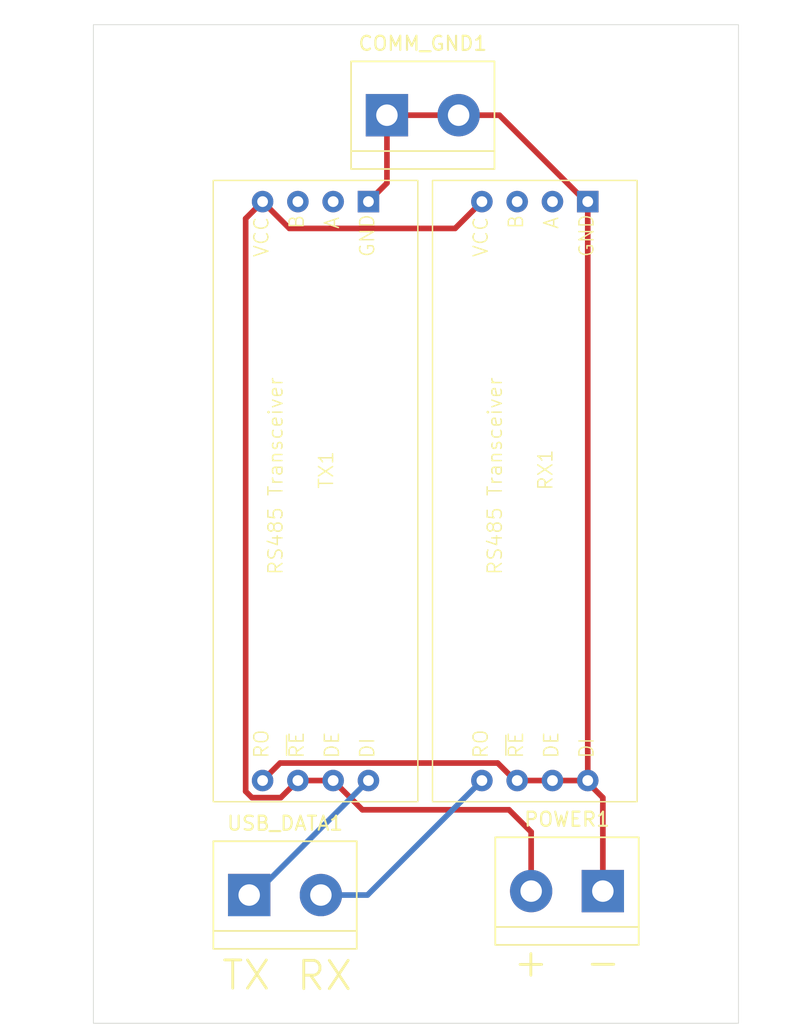
<source format=kicad_pcb>
(kicad_pcb (version 20240108) (generator "pcbnew") (generator_version "8.0")
  (layers (0 "F.Cu" signal) (31 "B.Cu" signal) (34 "B.Paste" user) (35 "F.Paste" user) (36 "B.SilkS" user "B.Silkscreen") (37 "F.SilkS" user "F.Silkscreen") (38 "B.Mask" user) (39 "F.Mask" user) (44 "Edge.Cuts" user))
  (net 0 "")
  (net 1 "Net-(COMM_GND1-Pin_1)")
  (net 2 "Net-(POWER1-Pin_1)")
  (net 3 "Net-(RX1-RO)")
  (net 7 "Net-(TX1-DI)")
  (footprint "MountingHole:MountingHole_2.2mm_M2" (layer "F.Cu") (at 173.26 132.87)
    (property "Reference" "REF**" (hide yes))
    (property "Value" "MountingHole_2.2mm_M2" (hide yes))
    (pad "" np_thru_hole circle (at 0 0) (size 2.2 2.2) (drill 2.2) (layers "*.Cu" "*.Mask"))
  )
  (footprint "Communications:RS485_Transceiver" (layer "F.Cu") (at 163.49 97.09 90)
    (property "Reference" "RX1" (at 0 -0.5 90) (layer "F.SilkS") (effects (font (thickness 0.1))))
    (property "Value" "MAX485E")
    (fp_line (start -20.2 -3.3) (end -18.8 -3.3) (stroke (width 0.1)) (layer "F.SilkS"))
    (fp_rect (start -23.5 -8.5) (end 20.5 6) (stroke (width 0.1)) (fill none) (layer "F.SilkS"))
    (fp_text user "B" (at 17 -2 90) (layer "F.SilkS") (effects (font (thickness 0.1)) (justify left bottom)))
    (fp_text user "RS485 Transceiver" (at -7.5 -3.5 90) (layer "F.SilkS") (effects (font (thickness 0.1)) (justify left bottom)))
    (fp_text user "RO" (at -20.5 -4.5 90) (layer "F.SilkS") (effects (font (thickness 0.1)) (justify left bottom)))
    (fp_text user "VCC" (at 15 -4.5 90) (layer "F.SilkS") (effects (font (thickness 0.1)) (justify left bottom)))
    (fp_text user "DE" (at -20.5 0.5 90) (layer "F.SilkS") (effects (font (thickness 0.1)) (justify left bottom)))
    (fp_text user "DI" (at -20.5 3 90) (layer "F.SilkS") (effects (font (thickness 0.1)) (justify left bottom)))
    (fp_text user "RE" (at -20.5 -2 90) (layer "F.SilkS") (effects (font (thickness 0.1)) (justify left bottom)))
    (fp_text user "A" (at 17 0.5 90) (layer "F.SilkS") (effects (font (thickness 0.1)) (justify left bottom)))
    (fp_text user "GND" (at 15 3 90) (layer "F.SilkS") (effects (font (thickness 0.1)) (justify left bottom)))
    (pad "1" thru_hole circle (at -22 -5 90) (size 1.524 1.524) (drill 0.762) (layers "*.Cu" "*.Mask") (net 3 "Net-(RX1-RO)"))
    (pad "2" thru_hole circle (at -22 -2.5 90) (size 1.524 1.524) (drill 0.762) (layers "*.Cu" "*.Mask") (net 1 "Net-(COMM_GND1-Pin_1)"))
    (pad "3" thru_hole circle (at -22 0 90) (size 1.524 1.524) (drill 0.762) (layers "*.Cu" "*.Mask") (net 1 "Net-(COMM_GND1-Pin_1)"))
    (pad "4" thru_hole circle (at -22 2.5 90) (size 1.524 1.524) (drill 0.762) (layers "*.Cu" "*.Mask") (net 1 "Net-(COMM_GND1-Pin_1)"))
    (pad "5" thru_hole rect (at 19 2.5 90) (size 1.524 1.524) (drill 0.762) (layers "*.Cu" "*.Mask") (net 1 "Net-(COMM_GND1-Pin_1)"))
    (pad "6" thru_hole circle (at 19 0 90) (size 1.524 1.524) (drill 0.762) (layers "*.Cu" "*.Mask"))
    (pad "7" thru_hole circle (at 19 -2.5 90) (size 1.524 1.524) (drill 0.762) (layers "*.Cu" "*.Mask"))
    (pad "8" thru_hole circle (at 19 -5 90) (size 1.524 1.524) (drill 0.762) (layers "*.Cu" "*.Mask") (net 2 "Net-(POWER1-Pin_1)"))
  )
  (footprint "MountingHole:MountingHole_2.2mm_M2" (layer "F.Cu") (at 134.35 68.98)
    (property "Reference" "REF**" (hide yes))
    (property "Value" "MountingHole_2.2mm_M2" (hide yes))
    (pad "" np_thru_hole circle (at 0 0) (size 2.2 2.2) (drill 2.2) (layers "*.Cu" "*.Mask"))
  )
  (footprint "MountingHole:MountingHole_2.2mm_M2" (layer "F.Cu") (at 173.26 68.97)
    (property "Reference" "REF**" (hide yes))
    (property "Value" "MountingHole_2.2mm_M2" (hide yes))
    (pad "" np_thru_hole circle (at 0 0) (size 2.2 2.2) (drill 2.2) (layers "*.Cu" "*.Mask"))
  )
  (footprint "MountingHole:MountingHole_2.2mm_M2" (layer "F.Cu") (at 134.36 132.88)
    (property "Reference" "REF**" (hide yes))
    (property "Value" "MountingHole_2.2mm_M2" (hide yes))
    (pad "" np_thru_hole circle (at 0 0) (size 2.2 2.2) (drill 2.2) (layers "*.Cu" "*.Mask"))
  )
  (footprint "TerminalBlock:TerminalBlock_bornier-2_P5.08mm" (layer "F.Cu") (at 151.76 71.97)
    (property "Reference" "COMM_GND1" (at 2.54 -5.08 0) (layer "F.SilkS"))
    (property "Value" "Screw_Terminal_01x02")
    (fp_line (start -2.54 -3.81) (end -2.54 3.81) (stroke (width 0.12)) (layer "F.SilkS"))
    (fp_line (start -2.54 3.81) (end 7.62 3.81) (stroke (width 0.12)) (layer "F.SilkS"))
    (fp_line (start 7.62 -3.81) (end -2.54 -3.81) (stroke (width 0.12)) (layer "F.SilkS"))
    (fp_line (start 7.62 2.54) (end -2.54 2.54) (stroke (width 0.12)) (layer "F.SilkS"))
    (fp_line (start 7.62 3.81) (end 7.62 -3.81) (stroke (width 0.12)) (layer "F.SilkS"))
    (pad "1" thru_hole rect (at 0 0) (size 3 3) (drill 1.52) (layers "*.Cu" "*.Mask") (net 1 "Net-(COMM_GND1-Pin_1)"))
    (pad "2" thru_hole circle (at 5.08 0) (size 3 3) (drill 1.52) (layers "*.Cu" "*.Mask") (net 1 "Net-(COMM_GND1-Pin_1)"))
  )
  (footprint "TerminalBlock:TerminalBlock_bornier-2_P5.08mm" (layer "F.Cu") (at 142 127.2)
    (property "Reference" "USB_DATA1" (at 2.54 -5.08 0) (layer "F.SilkS"))
    (property "Value" "Screw_Terminal_01x02" (hide yes))
    (fp_line (start -2.54 -3.81) (end -2.54 3.81) (stroke (width 0.12)) (layer "F.SilkS"))
    (fp_line (start -2.54 3.81) (end 7.62 3.81) (stroke (width 0.12)) (layer "F.SilkS"))
    (fp_line (start 7.62 -3.81) (end -2.54 -3.81) (stroke (width 0.12)) (layer "F.SilkS"))
    (fp_line (start 7.62 2.54) (end -2.54 2.54) (stroke (width 0.12)) (layer "F.SilkS"))
    (fp_line (start 7.62 3.81) (end 7.62 -3.81) (stroke (width 0.12)) (layer "F.SilkS"))
    (pad "1" thru_hole rect (at 0 0) (size 3 3) (drill 1.52) (layers "*.Cu" "*.Mask") (net 7 "Net-(TX1-DI)"))
    (pad "2" thru_hole circle (at 5.08 0) (size 3 3) (drill 1.52) (layers "*.Cu" "*.Mask") (net 3 "Net-(RX1-RO)"))
  )
  (footprint "TerminalBlock:TerminalBlock_bornier-2_P5.08mm" (layer "F.Cu") (at 161.98 126.92)
    (property "Reference" "POWER1" (at 2.54 -5.08 0) (layer "F.SilkS"))
    (property "Value" "Screw_Terminal_01x02" (hide yes))
    (fp_line (start -2.54 -3.81) (end -2.54 3.81) (stroke (width 0.12)) (layer "F.SilkS"))
    (fp_line (start -2.54 3.81) (end 7.62 3.81) (stroke (width 0.12)) (layer "F.SilkS"))
    (fp_line (start 7.62 -3.81) (end -2.54 -3.81) (stroke (width 0.12)) (layer "F.SilkS"))
    (fp_line (start 7.62 2.54) (end -2.54 2.54) (stroke (width 0.12)) (layer "F.SilkS"))
    (fp_line (start 7.62 3.81) (end 7.62 -3.81) (stroke (width 0.12)) (layer "F.SilkS"))
    (pad "1" thru_hole circle (at 0 0) (size 3 3) (drill 1.52) (layers "*.Cu" "*.Mask") (net 2 "Net-(POWER1-Pin_1)"))
    (pad "2" thru_hole rect (at 5.08 0) (size 3 3) (drill 1.52) (layers "*.Cu" "*.Mask") (net 1 "Net-(COMM_GND1-Pin_1)"))
  )
  (footprint "Communications:RS485_Transceiver" (layer "F.Cu") (at 147.95 97.09 90)
    (property "Reference" "TX1" (at 0 -0.5 90) (layer "F.SilkS") (effects (font (thickness 0.1))))
    (property "Value" "MAX485E")
    (fp_line (start -20.2 -3.3) (end -18.8 -3.3) (stroke (width 0.1)) (layer "F.SilkS"))
    (fp_rect (start -23.5 -8.5) (end 20.5 6) (stroke (width 0.1)) (fill none) (layer "F.SilkS"))
    (fp_text user "RS485 Transceiver" (at -7.5 -3.5 90) (layer "F.SilkS") (effects (font (thickness 0.1)) (justify left bottom)))
    (fp_text user "B" (at 17 -2 90) (layer "F.SilkS") (effects (font (thickness 0.1)) (justify left bottom)))
    (fp_text user "GND" (at 15 3 90) (layer "F.SilkS") (effects (font (thickness 0.1)) (justify left bottom)))
    (fp_text user "RO" (at -20.5 -4.5 90) (layer "F.SilkS") (effects (font (thickness 0.1)) (justify left bottom)))
    (fp_text user "VCC" (at 15 -4.5 90) (layer "F.SilkS") (effects (font (thickness 0.1)) (justify left bottom)))
    (fp_text user "A" (at 17 0.5 90) (layer "F.SilkS") (effects (font (thickness 0.1)) (justify left bottom)))
    (fp_text user "DI" (at -20.5 3 90) (layer "F.SilkS") (effects (font (thickness 0.1)) (justify left bottom)))
    (fp_text user "RE" (at -20.5 -2 90) (layer "F.SilkS") (effects (font (thickness 0.1)) (justify left bottom)))
    (fp_text user "DE" (at -20.5 0.5 90) (layer "F.SilkS") (effects (font (thickness 0.1)) (justify left bottom)))
    (pad "1" thru_hole circle (at -22 -5 90) (size 1.524 1.524) (drill 0.762) (layers "*.Cu" "*.Mask") (net 1 "Net-(COMM_GND1-Pin_1)"))
    (pad "2" thru_hole circle (at -22 -2.5 90) (size 1.524 1.524) (drill 0.762) (layers "*.Cu" "*.Mask") (net 2 "Net-(POWER1-Pin_1)"))
    (pad "3" thru_hole circle (at -22 0 90) (size 1.524 1.524) (drill 0.762) (layers "*.Cu" "*.Mask") (net 2 "Net-(POWER1-Pin_1)"))
    (pad "4" thru_hole circle (at -22 2.5 90) (size 1.524 1.524) (drill 0.762) (layers "*.Cu" "*.Mask") (net 7 "Net-(TX1-DI)"))
    (pad "5" thru_hole rect (at 19 2.5 90) (size 1.524 1.524) (drill 0.762) (layers "*.Cu" "*.Mask") (net 1 "Net-(COMM_GND1-Pin_1)"))
    (pad "6" thru_hole circle (at 19 0 90) (size 1.524 1.524) (drill 0.762) (layers "*.Cu" "*.Mask"))
    (pad "7" thru_hole circle (at 19 -2.5 90) (size 1.524 1.524) (drill 0.762) (layers "*.Cu" "*.Mask"))
    (pad "8" thru_hole circle (at 19 -5 90) (size 1.524 1.524) (drill 0.762) (layers "*.Cu" "*.Mask") (net 2 "Net-(POWER1-Pin_1)"))
  )
  (gr_rect (start 130.96 65.56) (end 176.67 136.28) (stroke (width 0.05)) (fill none) (layer "Edge.Cuts"))
  (gr_text "+" (at 160.59 133.13 0) (layer "F.SilkS") (effects (font (size 2 2) (thickness 0.2)) (justify left bottom)))
  (gr_text "TX\n" (at 139.94 134.05 0) (layer "F.SilkS") (effects (font (size 2 2) (thickness 0.2)) (justify left bottom)))
  (gr_text "-" (at 165.7 133.12 0) (layer "F.SilkS") (effects (font (size 2 2) (thickness 0.2)) (justify left bottom)))
  (gr_text "RX" (at 145.26 134.08 0) (layer "F.SilkS") (effects (font (size 2 2) (thickness 0.2)) (justify left bottom)))
  (segment (start 156.84 71.97) (end 159.73 71.97) (width 0.4) (layer "F.Cu") (net 1))
  (segment (start 167.06 120.3) (end 165.99 119.23) (width 0.4) (layer "F.Cu") (net 1))
  (segment (start 167.06 126.92) (end 167.06 120.3) (width 0.4) (layer "F.Cu") (net 1))
  (segment (start 160.85 119.09) (end 165.85 119.09) (width 0.4) (layer "F.Cu") (net 1))
  (segment (start 151.76 71.97) (end 151.76 76.78) (width 0.4) (layer "F.Cu") (net 1))
  (segment (start 151.76 71.97) (end 156.84 71.97) (width 0.4) (layer "F.Cu") (net 1))
  (segment (start 144.19 117.85) (end 159.61 117.85) (width 0.4) (layer "F.Cu") (net 1))
  (segment (start 165.99 78.23) (end 165.99 119.23) (width 0.4) (layer "F.Cu") (net 1))
  (segment (start 142.95 119.09) (end 144.19 117.85) (width 0.4) (layer "F.Cu") (net 1))
  (segment (start 159.61 117.85) (end 160.85 119.09) (width 0.4) (layer "F.Cu") (net 1))
  (segment (start 165.85 119.09) (end 165.99 119.23) (width 0.4) (layer "F.Cu") (net 1))
  (segment (start 151.76 76.78) (end 150.45 78.09) (width 0.4) (layer "F.Cu") (net 1))
  (segment (start 159.73 71.97) (end 165.99 78.23) (width 0.4) (layer "F.Cu") (net 1))
  (segment (start 161.98 122.73) (end 160.41 121.16) (width 0.4) (layer "F.Cu") (net 2))
  (segment (start 144.24 120.3) (end 142.193172 120.3) (width 0.4) (layer "F.Cu") (net 2))
  (segment (start 156.59 79.99) (end 158.49 78.09) (width 0.4) (layer "F.Cu") (net 2))
  (segment (start 142.95 78.09) (end 144.85 79.99) (width 0.4) (layer "F.Cu") (net 2))
  (segment (start 150.02 121.16) (end 147.95 119.09) (width 0.4) (layer "F.Cu") (net 2))
  (segment (start 161.98 126.92) (end 161.98 122.73) (width 0.4) (layer "F.Cu") (net 2))
  (segment (start 141.75 119.856828) (end 141.75 79.29) (width 0.4) (layer "F.Cu") (net 2))
  (segment (start 141.75 79.29) (end 142.95 78.09) (width 0.4) (layer "F.Cu") (net 2))
  (segment (start 142.193172 120.3) (end 141.75 119.856828) (width 0.4) (layer "F.Cu") (net 2))
  (segment (start 145.45 119.09) (end 144.24 120.3) (width 0.4) (layer "F.Cu") (net 2))
  (segment (start 144.85 79.99) (end 156.59 79.99) (width 0.4) (layer "F.Cu") (net 2))
  (segment (start 147.95 119.09) (end 145.45 119.09) (width 0.4) (layer "F.Cu") (net 2))
  (segment (start 160.41 121.16) (end 150.02 121.16) (width 0.4) (layer "F.Cu") (net 2))
  (segment (start 150.38 127.2) (end 158.49 119.09) (width 0.4) (layer "B.Cu") (net 3))
  (segment (start 147.08 127.2) (end 150.38 127.2) (width 0.4) (layer "B.Cu") (net 3))
  (segment (start 142.34 127.2) (end 150.45 119.09) (width 0.4) (layer "B.Cu") (net 7))
  (segment (start 142 127.2) (end 142.34 127.2) (width 0.2) (layer "B.Cu") (net 7))
)
</source>
